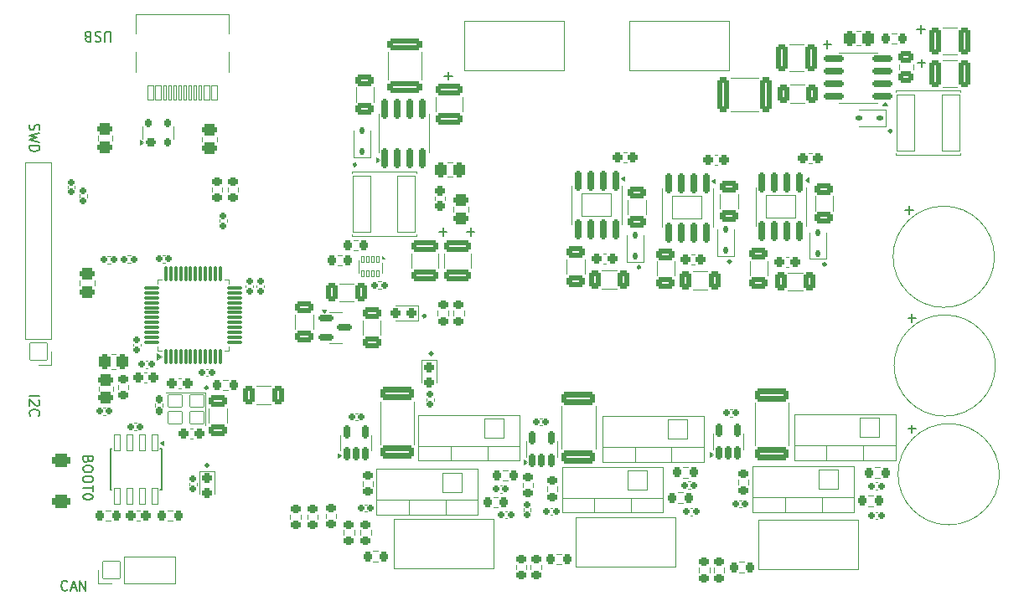
<source format=gto>
G04 #@! TF.GenerationSoftware,KiCad,Pcbnew,8.0.4-8.0.4-0~ubuntu22.04.1*
G04 #@! TF.CreationDate,2024-09-01T21:10:03+02:00*
G04 #@! TF.ProjectId,bldc_project,626c6463-5f70-4726-9f6a-6563742e6b69,rev?*
G04 #@! TF.SameCoordinates,Original*
G04 #@! TF.FileFunction,Legend,Top*
G04 #@! TF.FilePolarity,Positive*
%FSLAX46Y46*%
G04 Gerber Fmt 4.6, Leading zero omitted, Abs format (unit mm)*
G04 Created by KiCad (PCBNEW 8.0.4-8.0.4-0~ubuntu22.04.1) date 2024-09-01 21:10:03*
%MOMM*%
%LPD*%
G01*
G04 APERTURE LIST*
G04 Aperture macros list*
%AMRoundRect*
0 Rectangle with rounded corners*
0 $1 Rounding radius*
0 $2 $3 $4 $5 $6 $7 $8 $9 X,Y pos of 4 corners*
0 Add a 4 corners polygon primitive as box body*
4,1,4,$2,$3,$4,$5,$6,$7,$8,$9,$2,$3,0*
0 Add four circle primitives for the rounded corners*
1,1,$1+$1,$2,$3*
1,1,$1+$1,$4,$5*
1,1,$1+$1,$6,$7*
1,1,$1+$1,$8,$9*
0 Add four rect primitives between the rounded corners*
20,1,$1+$1,$2,$3,$4,$5,0*
20,1,$1+$1,$4,$5,$6,$7,0*
20,1,$1+$1,$6,$7,$8,$9,0*
20,1,$1+$1,$8,$9,$2,$3,0*%
G04 Aperture macros list end*
%ADD10C,0.150000*%
%ADD11C,0.275000*%
%ADD12C,0.200000*%
%ADD13C,0.120000*%
%ADD14RoundRect,0.038000X0.850000X2.850000X-0.850000X2.850000X-0.850000X-2.850000X0.850000X-2.850000X0*%
%ADD15RoundRect,0.244000X0.244000X0.269000X-0.244000X0.269000X-0.244000X-0.269000X0.244000X-0.269000X0*%
%ADD16RoundRect,0.038000X0.952500X1.000000X-0.952500X1.000000X-0.952500X-1.000000X0.952500X-1.000000X0*%
%ADD17O,1.981000X2.076000*%
%ADD18RoundRect,0.219000X0.294000X-0.219000X0.294000X0.219000X-0.294000X0.219000X-0.294000X-0.219000X0*%
%ADD19C,1.676000*%
%ADD20RoundRect,0.159000X0.159000X0.189000X-0.159000X0.189000X-0.159000X-0.189000X0.159000X-0.189000X0*%
%ADD21RoundRect,0.131500X0.206500X0.131500X-0.206500X0.131500X-0.206500X-0.131500X0.206500X-0.131500X0*%
%ADD22RoundRect,0.038000X-0.300000X0.775000X-0.300000X-0.775000X0.300000X-0.775000X0.300000X0.775000X0*%
%ADD23C,1.448000*%
%ADD24RoundRect,0.265511X1.447489X-0.384989X1.447489X0.384989X-1.447489X0.384989X-1.447489X-0.384989X0*%
%ADD25RoundRect,0.266889X-0.333611X-0.646111X0.333611X-0.646111X0.333611X0.646111X-0.333611X0.646111X0*%
%ADD26RoundRect,0.266521X-0.671479X0.346479X-0.671479X-0.346479X0.671479X-0.346479X0.671479X0.346479X0*%
%ADD27RoundRect,0.154000X-0.204000X0.154000X-0.204000X-0.154000X0.204000X-0.154000X0.204000X0.154000X0*%
%ADD28RoundRect,0.169000X0.169000X-0.531500X0.169000X0.531500X-0.169000X0.531500X-0.169000X-0.531500X0*%
%ADD29RoundRect,0.038000X-5.000000X2.500000X-5.000000X-2.500000X5.000000X-2.500000X5.000000X2.500000X0*%
%ADD30RoundRect,0.268536X0.469464X-0.281964X0.469464X0.281964X-0.469464X0.281964X-0.469464X-0.281964X0*%
%ADD31RoundRect,0.219000X0.219000X0.294000X-0.219000X0.294000X-0.219000X-0.294000X0.219000X-0.294000X0*%
%ADD32RoundRect,0.237750X0.237750X0.275250X-0.237750X0.275250X-0.237750X-0.275250X0.237750X-0.275250X0*%
%ADD33RoundRect,0.219000X-0.294000X0.219000X-0.294000X-0.219000X0.294000X-0.219000X0.294000X0.219000X0*%
%ADD34RoundRect,0.219000X-0.219000X-0.294000X0.219000X-0.294000X0.219000X0.294000X-0.219000X0.294000X0*%
%ADD35RoundRect,0.266889X-0.646111X0.333611X-0.646111X-0.333611X0.646111X-0.333611X0.646111X0.333611X0*%
%ADD36RoundRect,0.062667X-0.125333X0.310333X-0.125333X-0.310333X0.125333X-0.310333X0.125333X0.310333X0*%
%ADD37RoundRect,0.237750X-0.275250X0.237750X-0.275250X-0.237750X0.275250X-0.237750X0.275250X0.237750X0*%
%ADD38RoundRect,0.131500X0.131500X-0.206500X0.131500X0.206500X-0.131500X0.206500X-0.131500X-0.206500X0*%
%ADD39RoundRect,0.159000X-0.159000X-0.189000X0.159000X-0.189000X0.159000X0.189000X-0.159000X0.189000X0*%
%ADD40RoundRect,0.038000X5.000000X-2.500000X5.000000X2.500000X-5.000000X2.500000X-5.000000X-2.500000X0*%
%ADD41RoundRect,0.244000X-0.244000X-0.269000X0.244000X-0.269000X0.244000X0.269000X-0.244000X0.269000X0*%
%ADD42RoundRect,0.266521X0.346479X0.671479X-0.346479X0.671479X-0.346479X-0.671479X0.346479X-0.671479X0*%
%ADD43C,2.000000*%
%ADD44RoundRect,0.266889X1.471111X-0.333611X1.471111X0.333611X-1.471111X0.333611X-1.471111X-0.333611X0*%
%ADD45RoundRect,0.169000X0.844000X0.169000X-0.844000X0.169000X-0.844000X-0.169000X0.844000X-0.169000X0*%
%ADD46RoundRect,0.169000X-0.169000X0.844000X-0.169000X-0.844000X0.169000X-0.844000X0.169000X0.844000X0*%
%ADD47RoundRect,0.038000X-1.500000X1.145000X-1.500000X-1.145000X1.500000X-1.145000X1.500000X1.145000X0*%
%ADD48RoundRect,0.266521X1.121479X-0.346479X1.121479X0.346479X-1.121479X0.346479X-1.121479X-0.346479X0*%
%ADD49C,0.726000*%
%ADD50RoundRect,0.038000X0.300000X0.725000X-0.300000X0.725000X-0.300000X-0.725000X0.300000X-0.725000X0*%
%ADD51RoundRect,0.038000X0.150000X0.725000X-0.150000X0.725000X-0.150000X-0.725000X0.150000X-0.725000X0*%
%ADD52O,1.076000X2.176000*%
%ADD53O,1.076000X1.676000*%
%ADD54RoundRect,0.266521X0.346479X1.121479X-0.346479X1.121479X-0.346479X-1.121479X0.346479X-1.121479X0*%
%ADD55RoundRect,0.266521X-0.346479X-0.671479X0.346479X-0.671479X0.346479X0.671479X-0.346479X0.671479X0*%
%ADD56RoundRect,0.266889X0.333611X1.471111X-0.333611X1.471111X-0.333611X-1.471111X0.333611X-1.471111X0*%
%ADD57RoundRect,0.268536X0.281964X0.469464X-0.281964X0.469464X-0.281964X-0.469464X0.281964X-0.469464X0*%
%ADD58RoundRect,0.094000X0.094000X-0.681500X0.094000X0.681500X-0.094000X0.681500X-0.094000X-0.681500X0*%
%ADD59RoundRect,0.094000X0.681500X-0.094000X0.681500X0.094000X-0.681500X0.094000X-0.681500X-0.094000X0*%
%ADD60RoundRect,0.179000X-0.179000X0.216500X-0.179000X-0.216500X0.179000X-0.216500X0.179000X0.216500X0*%
%ADD61RoundRect,0.268536X-0.469464X0.281964X-0.469464X-0.281964X0.469464X-0.281964X0.469464X0.281964X0*%
%ADD62RoundRect,0.266521X-1.121479X0.346479X-1.121479X-0.346479X1.121479X-0.346479X1.121479X0.346479X0*%
%ADD63RoundRect,0.169000X0.169000X-0.844000X0.169000X0.844000X-0.169000X0.844000X-0.169000X-0.844000X0*%
%ADD64RoundRect,0.266521X-0.346479X-1.121479X0.346479X-1.121479X0.346479X1.121479X-0.346479X1.121479X0*%
%ADD65RoundRect,0.194000X0.344000X-0.194000X0.344000X0.194000X-0.344000X0.194000X-0.344000X-0.194000X0*%
%ADD66RoundRect,0.169000X0.169000X-0.219000X0.169000X0.219000X-0.169000X0.219000X-0.169000X-0.219000X0*%
%ADD67RoundRect,0.154000X0.154000X0.204000X-0.154000X0.204000X-0.154000X-0.204000X0.154000X-0.204000X0*%
%ADD68RoundRect,0.038000X0.700000X0.600000X-0.700000X0.600000X-0.700000X-0.600000X0.700000X-0.600000X0*%
%ADD69RoundRect,0.159000X0.189000X-0.159000X0.189000X0.159000X-0.189000X0.159000X-0.189000X-0.159000X0*%
%ADD70RoundRect,0.169000X-0.606500X-0.169000X0.606500X-0.169000X0.606500X0.169000X-0.606500X0.169000X0*%
%ADD71RoundRect,0.356500X-0.581500X0.356500X-0.581500X-0.356500X0.581500X-0.356500X0.581500X0.356500X0*%
%ADD72RoundRect,0.159000X-0.189000X0.159000X-0.189000X-0.159000X0.189000X-0.159000X0.189000X0.159000X0*%
%ADD73RoundRect,0.266170X-0.496830X0.359330X-0.496830X-0.359330X0.496830X-0.359330X0.496830X0.359330X0*%
%ADD74RoundRect,0.038000X0.850000X-0.850000X0.850000X0.850000X-0.850000X0.850000X-0.850000X-0.850000X0*%
%ADD75O,1.776000X1.776000*%
%ADD76RoundRect,0.038000X0.850000X0.850000X-0.850000X0.850000X-0.850000X-0.850000X0.850000X-0.850000X0*%
%ADD77RoundRect,0.244000X-0.269000X0.244000X-0.269000X-0.244000X0.269000X-0.244000X0.269000X0.244000X0*%
%ADD78C,1.076000*%
G04 APERTURE END LIST*
D10*
X132700000Y-81900000D02*
X132700000Y-82700000D01*
X123250000Y-83425000D02*
X123250000Y-84225000D01*
X132200000Y-111500000D02*
X131400000Y-111500000D01*
X133100000Y-82300000D02*
X132300000Y-82300000D01*
D11*
X83337500Y-115100000D02*
G75*
G02*
X83062500Y-115100000I-137500J0D01*
G01*
X83062500Y-115100000D02*
G75*
G02*
X83337500Y-115100000I137500J0D01*
G01*
D10*
X87200000Y-102400000D02*
X87200000Y-103200000D01*
D11*
X129737500Y-92600000D02*
G75*
G02*
X129462500Y-92600000I-137500J0D01*
G01*
X129462500Y-92600000D02*
G75*
G02*
X129737500Y-92600000I137500J0D01*
G01*
D10*
X131800000Y-111100000D02*
X131800000Y-111900000D01*
D11*
X123087500Y-106050000D02*
G75*
G02*
X122812500Y-106050000I-137500J0D01*
G01*
X122812500Y-106050000D02*
G75*
G02*
X123087500Y-106050000I137500J0D01*
G01*
X75637500Y-96000000D02*
G75*
G02*
X75362500Y-96000000I-137500J0D01*
G01*
X75362500Y-96000000D02*
G75*
G02*
X75637500Y-96000000I137500J0D01*
G01*
D10*
X133150000Y-85700000D02*
X132350000Y-85700000D01*
D11*
X60637500Y-118550000D02*
G75*
G02*
X60362500Y-118550000I-137500J0D01*
G01*
X60362500Y-118550000D02*
G75*
G02*
X60637500Y-118550000I137500J0D01*
G01*
D10*
X123650000Y-83825000D02*
X122850000Y-83825000D01*
X84800000Y-102800000D02*
X84000000Y-102800000D01*
X131800000Y-122300000D02*
X131800000Y-123100000D01*
X132200000Y-122700000D02*
X131400000Y-122700000D01*
X87600000Y-102800000D02*
X86800000Y-102800000D01*
X132750000Y-85300000D02*
X132750000Y-86100000D01*
X85350000Y-87010000D02*
X84550000Y-87010000D01*
X131500000Y-100200000D02*
X131500000Y-101000000D01*
D11*
X104337500Y-106350000D02*
G75*
G02*
X104062500Y-106350000I-137500J0D01*
G01*
X104062500Y-106350000D02*
G75*
G02*
X104337500Y-106350000I137500J0D01*
G01*
D10*
X131900000Y-100600000D02*
X131100000Y-100600000D01*
D11*
X82637500Y-111300000D02*
G75*
G02*
X82362500Y-111300000I-137500J0D01*
G01*
X82362500Y-111300000D02*
G75*
G02*
X82637500Y-111300000I137500J0D01*
G01*
D10*
X84400000Y-102400000D02*
X84400000Y-103200000D01*
D11*
X60687500Y-126400000D02*
G75*
G02*
X60412500Y-126400000I-137500J0D01*
G01*
X60412500Y-126400000D02*
G75*
G02*
X60687500Y-126400000I137500J0D01*
G01*
X113487500Y-105800000D02*
G75*
G02*
X113212500Y-105800000I-137500J0D01*
G01*
X113212500Y-105800000D02*
G75*
G02*
X113487500Y-105800000I137500J0D01*
G01*
D10*
X84950000Y-86610000D02*
X84950000Y-87410000D01*
D12*
X46441101Y-138971980D02*
X46393482Y-139019600D01*
X46393482Y-139019600D02*
X46250625Y-139067219D01*
X46250625Y-139067219D02*
X46155387Y-139067219D01*
X46155387Y-139067219D02*
X46012530Y-139019600D01*
X46012530Y-139019600D02*
X45917292Y-138924361D01*
X45917292Y-138924361D02*
X45869673Y-138829123D01*
X45869673Y-138829123D02*
X45822054Y-138638647D01*
X45822054Y-138638647D02*
X45822054Y-138495790D01*
X45822054Y-138495790D02*
X45869673Y-138305314D01*
X45869673Y-138305314D02*
X45917292Y-138210076D01*
X45917292Y-138210076D02*
X46012530Y-138114838D01*
X46012530Y-138114838D02*
X46155387Y-138067219D01*
X46155387Y-138067219D02*
X46250625Y-138067219D01*
X46250625Y-138067219D02*
X46393482Y-138114838D01*
X46393482Y-138114838D02*
X46441101Y-138162457D01*
X46822054Y-138781504D02*
X47298244Y-138781504D01*
X46726816Y-139067219D02*
X47060149Y-138067219D01*
X47060149Y-138067219D02*
X47393482Y-139067219D01*
X47726816Y-139067219D02*
X47726816Y-138067219D01*
X47726816Y-138067219D02*
X48298244Y-139067219D01*
X48298244Y-139067219D02*
X48298244Y-138067219D01*
X42632780Y-119369673D02*
X43632780Y-119369673D01*
X43537542Y-119798244D02*
X43585161Y-119845863D01*
X43585161Y-119845863D02*
X43632780Y-119941101D01*
X43632780Y-119941101D02*
X43632780Y-120179196D01*
X43632780Y-120179196D02*
X43585161Y-120274434D01*
X43585161Y-120274434D02*
X43537542Y-120322053D01*
X43537542Y-120322053D02*
X43442304Y-120369672D01*
X43442304Y-120369672D02*
X43347066Y-120369672D01*
X43347066Y-120369672D02*
X43204209Y-120322053D01*
X43204209Y-120322053D02*
X42632780Y-119750625D01*
X42632780Y-119750625D02*
X42632780Y-120369672D01*
X42728019Y-121369672D02*
X42680400Y-121322053D01*
X42680400Y-121322053D02*
X42632780Y-121179196D01*
X42632780Y-121179196D02*
X42632780Y-121083958D01*
X42632780Y-121083958D02*
X42680400Y-120941101D01*
X42680400Y-120941101D02*
X42775638Y-120845863D01*
X42775638Y-120845863D02*
X42870876Y-120798244D01*
X42870876Y-120798244D02*
X43061352Y-120750625D01*
X43061352Y-120750625D02*
X43204209Y-120750625D01*
X43204209Y-120750625D02*
X43394685Y-120798244D01*
X43394685Y-120798244D02*
X43489923Y-120845863D01*
X43489923Y-120845863D02*
X43585161Y-120941101D01*
X43585161Y-120941101D02*
X43632780Y-121083958D01*
X43632780Y-121083958D02*
X43632780Y-121179196D01*
X43632780Y-121179196D02*
X43585161Y-121322053D01*
X43585161Y-121322053D02*
X43537542Y-121369672D01*
X50830326Y-83532780D02*
X50830326Y-82723257D01*
X50830326Y-82723257D02*
X50782707Y-82628019D01*
X50782707Y-82628019D02*
X50735088Y-82580400D01*
X50735088Y-82580400D02*
X50639850Y-82532780D01*
X50639850Y-82532780D02*
X50449374Y-82532780D01*
X50449374Y-82532780D02*
X50354136Y-82580400D01*
X50354136Y-82580400D02*
X50306517Y-82628019D01*
X50306517Y-82628019D02*
X50258898Y-82723257D01*
X50258898Y-82723257D02*
X50258898Y-83532780D01*
X49830326Y-82580400D02*
X49687469Y-82532780D01*
X49687469Y-82532780D02*
X49449374Y-82532780D01*
X49449374Y-82532780D02*
X49354136Y-82580400D01*
X49354136Y-82580400D02*
X49306517Y-82628019D01*
X49306517Y-82628019D02*
X49258898Y-82723257D01*
X49258898Y-82723257D02*
X49258898Y-82818495D01*
X49258898Y-82818495D02*
X49306517Y-82913733D01*
X49306517Y-82913733D02*
X49354136Y-82961352D01*
X49354136Y-82961352D02*
X49449374Y-83008971D01*
X49449374Y-83008971D02*
X49639850Y-83056590D01*
X49639850Y-83056590D02*
X49735088Y-83104209D01*
X49735088Y-83104209D02*
X49782707Y-83151828D01*
X49782707Y-83151828D02*
X49830326Y-83247066D01*
X49830326Y-83247066D02*
X49830326Y-83342304D01*
X49830326Y-83342304D02*
X49782707Y-83437542D01*
X49782707Y-83437542D02*
X49735088Y-83485161D01*
X49735088Y-83485161D02*
X49639850Y-83532780D01*
X49639850Y-83532780D02*
X49401755Y-83532780D01*
X49401755Y-83532780D02*
X49258898Y-83485161D01*
X48496993Y-83056590D02*
X48354136Y-83008971D01*
X48354136Y-83008971D02*
X48306517Y-82961352D01*
X48306517Y-82961352D02*
X48258898Y-82866114D01*
X48258898Y-82866114D02*
X48258898Y-82723257D01*
X48258898Y-82723257D02*
X48306517Y-82628019D01*
X48306517Y-82628019D02*
X48354136Y-82580400D01*
X48354136Y-82580400D02*
X48449374Y-82532780D01*
X48449374Y-82532780D02*
X48830326Y-82532780D01*
X48830326Y-82532780D02*
X48830326Y-83532780D01*
X48830326Y-83532780D02*
X48496993Y-83532780D01*
X48496993Y-83532780D02*
X48401755Y-83485161D01*
X48401755Y-83485161D02*
X48354136Y-83437542D01*
X48354136Y-83437542D02*
X48306517Y-83342304D01*
X48306517Y-83342304D02*
X48306517Y-83247066D01*
X48306517Y-83247066D02*
X48354136Y-83151828D01*
X48354136Y-83151828D02*
X48401755Y-83104209D01*
X48401755Y-83104209D02*
X48496993Y-83056590D01*
X48496993Y-83056590D02*
X48830326Y-83056590D01*
X42680400Y-91922054D02*
X42632780Y-92064911D01*
X42632780Y-92064911D02*
X42632780Y-92303006D01*
X42632780Y-92303006D02*
X42680400Y-92398244D01*
X42680400Y-92398244D02*
X42728019Y-92445863D01*
X42728019Y-92445863D02*
X42823257Y-92493482D01*
X42823257Y-92493482D02*
X42918495Y-92493482D01*
X42918495Y-92493482D02*
X43013733Y-92445863D01*
X43013733Y-92445863D02*
X43061352Y-92398244D01*
X43061352Y-92398244D02*
X43108971Y-92303006D01*
X43108971Y-92303006D02*
X43156590Y-92112530D01*
X43156590Y-92112530D02*
X43204209Y-92017292D01*
X43204209Y-92017292D02*
X43251828Y-91969673D01*
X43251828Y-91969673D02*
X43347066Y-91922054D01*
X43347066Y-91922054D02*
X43442304Y-91922054D01*
X43442304Y-91922054D02*
X43537542Y-91969673D01*
X43537542Y-91969673D02*
X43585161Y-92017292D01*
X43585161Y-92017292D02*
X43632780Y-92112530D01*
X43632780Y-92112530D02*
X43632780Y-92350625D01*
X43632780Y-92350625D02*
X43585161Y-92493482D01*
X43632780Y-92826816D02*
X42632780Y-93064911D01*
X42632780Y-93064911D02*
X43347066Y-93255387D01*
X43347066Y-93255387D02*
X42632780Y-93445863D01*
X42632780Y-93445863D02*
X43632780Y-93683959D01*
X42632780Y-94064911D02*
X43632780Y-94064911D01*
X43632780Y-94064911D02*
X43632780Y-94303006D01*
X43632780Y-94303006D02*
X43585161Y-94445863D01*
X43585161Y-94445863D02*
X43489923Y-94541101D01*
X43489923Y-94541101D02*
X43394685Y-94588720D01*
X43394685Y-94588720D02*
X43204209Y-94636339D01*
X43204209Y-94636339D02*
X43061352Y-94636339D01*
X43061352Y-94636339D02*
X42870876Y-94588720D01*
X42870876Y-94588720D02*
X42775638Y-94541101D01*
X42775638Y-94541101D02*
X42680400Y-94445863D01*
X42680400Y-94445863D02*
X42632780Y-94303006D01*
X42632780Y-94303006D02*
X42632780Y-94064911D01*
X48556590Y-125803006D02*
X48508971Y-125945863D01*
X48508971Y-125945863D02*
X48461352Y-125993482D01*
X48461352Y-125993482D02*
X48366114Y-126041101D01*
X48366114Y-126041101D02*
X48223257Y-126041101D01*
X48223257Y-126041101D02*
X48128019Y-125993482D01*
X48128019Y-125993482D02*
X48080400Y-125945863D01*
X48080400Y-125945863D02*
X48032780Y-125850625D01*
X48032780Y-125850625D02*
X48032780Y-125469673D01*
X48032780Y-125469673D02*
X49032780Y-125469673D01*
X49032780Y-125469673D02*
X49032780Y-125803006D01*
X49032780Y-125803006D02*
X48985161Y-125898244D01*
X48985161Y-125898244D02*
X48937542Y-125945863D01*
X48937542Y-125945863D02*
X48842304Y-125993482D01*
X48842304Y-125993482D02*
X48747066Y-125993482D01*
X48747066Y-125993482D02*
X48651828Y-125945863D01*
X48651828Y-125945863D02*
X48604209Y-125898244D01*
X48604209Y-125898244D02*
X48556590Y-125803006D01*
X48556590Y-125803006D02*
X48556590Y-125469673D01*
X49032780Y-126660149D02*
X49032780Y-126850625D01*
X49032780Y-126850625D02*
X48985161Y-126945863D01*
X48985161Y-126945863D02*
X48889923Y-127041101D01*
X48889923Y-127041101D02*
X48699447Y-127088720D01*
X48699447Y-127088720D02*
X48366114Y-127088720D01*
X48366114Y-127088720D02*
X48175638Y-127041101D01*
X48175638Y-127041101D02*
X48080400Y-126945863D01*
X48080400Y-126945863D02*
X48032780Y-126850625D01*
X48032780Y-126850625D02*
X48032780Y-126660149D01*
X48032780Y-126660149D02*
X48080400Y-126564911D01*
X48080400Y-126564911D02*
X48175638Y-126469673D01*
X48175638Y-126469673D02*
X48366114Y-126422054D01*
X48366114Y-126422054D02*
X48699447Y-126422054D01*
X48699447Y-126422054D02*
X48889923Y-126469673D01*
X48889923Y-126469673D02*
X48985161Y-126564911D01*
X48985161Y-126564911D02*
X49032780Y-126660149D01*
X49032780Y-127707768D02*
X49032780Y-127898244D01*
X49032780Y-127898244D02*
X48985161Y-127993482D01*
X48985161Y-127993482D02*
X48889923Y-128088720D01*
X48889923Y-128088720D02*
X48699447Y-128136339D01*
X48699447Y-128136339D02*
X48366114Y-128136339D01*
X48366114Y-128136339D02*
X48175638Y-128088720D01*
X48175638Y-128088720D02*
X48080400Y-127993482D01*
X48080400Y-127993482D02*
X48032780Y-127898244D01*
X48032780Y-127898244D02*
X48032780Y-127707768D01*
X48032780Y-127707768D02*
X48080400Y-127612530D01*
X48080400Y-127612530D02*
X48175638Y-127517292D01*
X48175638Y-127517292D02*
X48366114Y-127469673D01*
X48366114Y-127469673D02*
X48699447Y-127469673D01*
X48699447Y-127469673D02*
X48889923Y-127517292D01*
X48889923Y-127517292D02*
X48985161Y-127612530D01*
X48985161Y-127612530D02*
X49032780Y-127707768D01*
X49032780Y-128422054D02*
X49032780Y-128993482D01*
X48032780Y-128707768D02*
X49032780Y-128707768D01*
X49032780Y-129517292D02*
X49032780Y-129612530D01*
X49032780Y-129612530D02*
X48985161Y-129707768D01*
X48985161Y-129707768D02*
X48937542Y-129755387D01*
X48937542Y-129755387D02*
X48842304Y-129803006D01*
X48842304Y-129803006D02*
X48651828Y-129850625D01*
X48651828Y-129850625D02*
X48413733Y-129850625D01*
X48413733Y-129850625D02*
X48223257Y-129803006D01*
X48223257Y-129803006D02*
X48128019Y-129755387D01*
X48128019Y-129755387D02*
X48080400Y-129707768D01*
X48080400Y-129707768D02*
X48032780Y-129612530D01*
X48032780Y-129612530D02*
X48032780Y-129517292D01*
X48032780Y-129517292D02*
X48080400Y-129422054D01*
X48080400Y-129422054D02*
X48128019Y-129374435D01*
X48128019Y-129374435D02*
X48223257Y-129326816D01*
X48223257Y-129326816D02*
X48413733Y-129279197D01*
X48413733Y-129279197D02*
X48651828Y-129279197D01*
X48651828Y-129279197D02*
X48842304Y-129326816D01*
X48842304Y-129326816D02*
X48937542Y-129374435D01*
X48937542Y-129374435D02*
X48985161Y-129422054D01*
X48985161Y-129422054D02*
X49032780Y-129517292D01*
D13*
X136710000Y-95010000D02*
X130190000Y-95010000D01*
X136710000Y-88490000D02*
X130190000Y-88490000D01*
X136710000Y-95010000D02*
X136710000Y-94860000D01*
X130190000Y-95010000D02*
X130190000Y-94860000D01*
X136710000Y-88490000D02*
X136710000Y-88640000D01*
X130190000Y-88490000D02*
X130190000Y-88640000D01*
X81760000Y-103210000D02*
X75240000Y-103210000D01*
X81760000Y-96690000D02*
X75240000Y-96690000D01*
X81760000Y-103210000D02*
X81760000Y-103060000D01*
X75240000Y-103210000D02*
X75240000Y-103060000D01*
X81760000Y-96690000D02*
X81760000Y-96840000D01*
X75240000Y-96690000D02*
X75240000Y-96840000D01*
X54490580Y-116990000D02*
X54209420Y-116990000D01*
X54490580Y-118010000D02*
X54209420Y-118010000D01*
X119880000Y-125862500D02*
X119880000Y-121221500D01*
X123149000Y-125862500D02*
X123149000Y-124352500D01*
X126850000Y-125862500D02*
X126850000Y-124352500D01*
X130120000Y-121221500D02*
X119880000Y-121221500D01*
X130120000Y-124352500D02*
X119880000Y-124352500D01*
X130120000Y-125862500D02*
X119880000Y-125862500D01*
X130120000Y-125862500D02*
X130120000Y-121221500D01*
X51552500Y-118712258D02*
X51552500Y-118237742D01*
X52597500Y-118712258D02*
X52597500Y-118237742D01*
X140120000Y-105300000D02*
G75*
G02*
X129880000Y-105300000I-5120000J0D01*
G01*
X129880000Y-105300000D02*
G75*
G02*
X140120000Y-105300000I5120000J0D01*
G01*
X60657836Y-116665000D02*
X60442164Y-116665000D01*
X60657836Y-117385000D02*
X60442164Y-117385000D01*
X129110000Y-90450000D02*
X126450000Y-90450000D01*
X129110000Y-92150000D02*
X126450000Y-92150000D01*
X129110000Y-92150000D02*
X129110000Y-90450000D01*
D10*
X50805000Y-124750000D02*
X50805000Y-128900000D01*
X50805000Y-128900000D02*
X50905000Y-128900000D01*
X50905000Y-124750000D02*
X50805000Y-124750000D01*
X55955000Y-124750000D02*
X55855000Y-124750000D01*
X55955000Y-124750000D02*
X55955000Y-128900000D01*
X55955000Y-128900000D02*
X55855000Y-128900000D01*
D13*
X56185000Y-124390000D02*
X55855000Y-124150000D01*
X56185000Y-123910000D01*
X56185000Y-124390000D01*
G36*
X56185000Y-124390000D02*
G01*
X55855000Y-124150000D01*
X56185000Y-123910000D01*
X56185000Y-124390000D01*
G37*
X78090000Y-124289564D02*
X78090000Y-119935436D01*
X81510000Y-124289564D02*
X81510000Y-119935436D01*
X119272936Y-106890000D02*
X120727064Y-106890000D01*
X119272936Y-108710000D02*
X120727064Y-108710000D01*
X140620000Y-127300000D02*
G75*
G02*
X130380000Y-127300000I-5120000J0D01*
G01*
X130380000Y-127300000D02*
G75*
G02*
X140620000Y-127300000I5120000J0D01*
G01*
X60740000Y-120638748D02*
X60740000Y-122061252D01*
X62560000Y-120638748D02*
X62560000Y-122061252D01*
X82720000Y-119596359D02*
X82720000Y-119903641D01*
X83480000Y-119596359D02*
X83480000Y-119903641D01*
X92817500Y-124772500D02*
X92817500Y-123972500D01*
X92817500Y-124772500D02*
X92817500Y-125572500D01*
X95937500Y-124772500D02*
X95937500Y-123972500D01*
X95937500Y-124772500D02*
X95937500Y-125572500D01*
X92867500Y-126072500D02*
X92537500Y-126312500D01*
X92537500Y-125832500D01*
X92867500Y-126072500D01*
G36*
X92867500Y-126072500D02*
G01*
X92537500Y-126312500D01*
X92537500Y-125832500D01*
X92867500Y-126072500D01*
G37*
X49615000Y-118877064D02*
X49615000Y-118422936D01*
X51085000Y-118877064D02*
X51085000Y-118422936D01*
X90937258Y-126877500D02*
X90462742Y-126877500D01*
X90937258Y-127922500D02*
X90462742Y-127922500D01*
X79600000Y-111735000D02*
X81885000Y-111735000D01*
X81885000Y-110265000D02*
X79600000Y-110265000D01*
X81885000Y-111735000D02*
X81885000Y-110265000D01*
X85477500Y-110762742D02*
X85477500Y-111237258D01*
X86522500Y-110762742D02*
X86522500Y-111237258D01*
X129762742Y-82677500D02*
X130237258Y-82677500D01*
X129762742Y-83722500D02*
X130237258Y-83722500D01*
X93277500Y-136937258D02*
X93277500Y-136462742D01*
X94322500Y-136937258D02*
X94322500Y-136462742D01*
X96890000Y-105572936D02*
X96890000Y-107027064D01*
X98710000Y-105572936D02*
X98710000Y-107027064D01*
X100472936Y-106690000D02*
X101927064Y-106690000D01*
X100472936Y-108510000D02*
X101927064Y-108510000D01*
X75902500Y-106935000D02*
X75902500Y-105635000D01*
X78222500Y-106935000D02*
X78222500Y-105885000D01*
X78502500Y-105525000D02*
X78222500Y-105525000D01*
X78222500Y-105245000D01*
X78502500Y-105525000D01*
G36*
X78502500Y-105525000D02*
G01*
X78222500Y-105525000D01*
X78222500Y-105245000D01*
X78502500Y-105525000D01*
G37*
X115890000Y-124414564D02*
X115890000Y-120060436D01*
X119310000Y-124414564D02*
X119310000Y-120060436D01*
X95862742Y-135377500D02*
X96337258Y-135377500D01*
X95862742Y-136422500D02*
X96337258Y-136422500D01*
X59815000Y-126965000D02*
X59815000Y-129250000D01*
X61285000Y-126965000D02*
X59815000Y-126965000D01*
X61285000Y-129250000D02*
X61285000Y-126965000D01*
X76077500Y-132962742D02*
X76077500Y-133437258D01*
X77122500Y-132962742D02*
X77122500Y-133437258D01*
X102950000Y-105810000D02*
X102950000Y-103150000D01*
X102950000Y-105810000D02*
X104650000Y-105810000D01*
X104650000Y-105810000D02*
X104650000Y-103150000D01*
X90149664Y-128457500D02*
X90365336Y-128457500D01*
X90149664Y-129177500D02*
X90365336Y-129177500D01*
X128062742Y-126615000D02*
X128537258Y-126615000D01*
X128062742Y-127660000D02*
X128537258Y-127660000D01*
X53484420Y-130965000D02*
X53765580Y-130965000D01*
X53484420Y-131985000D02*
X53765580Y-131985000D01*
X75572164Y-121132500D02*
X75787836Y-121132500D01*
X75572164Y-121852500D02*
X75787836Y-121852500D01*
X74224758Y-105122500D02*
X73750242Y-105122500D01*
X74224758Y-106167500D02*
X73750242Y-106167500D01*
X90669664Y-131040000D02*
X90885336Y-131040000D01*
X90669664Y-131760000D02*
X90885336Y-131760000D01*
X75336252Y-107990000D02*
X73913748Y-107990000D01*
X75336252Y-109810000D02*
X73913748Y-109810000D01*
X114240000Y-127872742D02*
X114240000Y-128347258D01*
X115285000Y-127872742D02*
X115285000Y-128347258D01*
X57087258Y-130952500D02*
X56612742Y-130952500D01*
X57087258Y-131997500D02*
X56612742Y-131997500D01*
X92520000Y-130756359D02*
X92520000Y-131063641D01*
X93280000Y-130756359D02*
X93280000Y-131063641D01*
X109392164Y-130740000D02*
X109607836Y-130740000D01*
X109392164Y-131460000D02*
X109607836Y-131460000D01*
X78826000Y-87360252D02*
X78826000Y-84587748D01*
X82246000Y-87360252D02*
X82246000Y-84587748D01*
X76290000Y-111763748D02*
X76290000Y-113186252D01*
X78110000Y-111763748D02*
X78110000Y-113186252D01*
X100517500Y-126042500D02*
X100517500Y-121401500D01*
X103786500Y-126042500D02*
X103786500Y-124532500D01*
X107487500Y-126042500D02*
X107487500Y-124532500D01*
X110757500Y-121401500D02*
X100517500Y-121401500D01*
X110757500Y-124532500D02*
X100517500Y-124532500D01*
X110757500Y-126042500D02*
X100517500Y-126042500D01*
X110757500Y-126042500D02*
X110757500Y-121401500D01*
X111859420Y-94990000D02*
X112140580Y-94990000D01*
X111859420Y-96010000D02*
X112140580Y-96010000D01*
X91777500Y-136462742D02*
X91777500Y-136937258D01*
X92822500Y-136462742D02*
X92822500Y-136937258D01*
X126325000Y-84635000D02*
X124375000Y-84635000D01*
X126325000Y-84635000D02*
X128275000Y-84635000D01*
X126325000Y-89755000D02*
X124375000Y-89755000D01*
X126325000Y-89755000D02*
X128275000Y-89755000D01*
X129265000Y-89990000D02*
X128785000Y-89990000D01*
X129025000Y-89660000D01*
X129265000Y-89990000D01*
G36*
X129265000Y-89990000D02*
G01*
X128785000Y-89990000D01*
X129025000Y-89660000D01*
X129265000Y-89990000D01*
G37*
X76710336Y-130357500D02*
X76494664Y-130357500D01*
X76710336Y-131077500D02*
X76494664Y-131077500D01*
X50282836Y-120565000D02*
X50067164Y-120565000D01*
X50282836Y-121285000D02*
X50067164Y-121285000D01*
X83877500Y-110762742D02*
X83877500Y-111237258D01*
X84922500Y-110762742D02*
X84922500Y-111237258D01*
X62162742Y-117727500D02*
X62637258Y-117727500D01*
X62162742Y-118772500D02*
X62637258Y-118772500D01*
X97380000Y-100092500D02*
X97380000Y-98142500D01*
X97380000Y-100092500D02*
X97380000Y-102042500D01*
X102500000Y-100092500D02*
X102500000Y-98142500D01*
X102500000Y-100092500D02*
X102500000Y-102042500D01*
X102735000Y-97632500D02*
X102405000Y-97392500D01*
X102735000Y-97152500D01*
X102735000Y-97632500D01*
G36*
X102735000Y-97632500D02*
G01*
X102405000Y-97392500D01*
X102735000Y-97152500D01*
X102735000Y-97632500D01*
G37*
X76280000Y-128005242D02*
X76280000Y-128479758D01*
X77325000Y-128005242D02*
X77325000Y-128479758D01*
X84540000Y-106411252D02*
X84540000Y-104988748D01*
X87260000Y-106411252D02*
X87260000Y-104988748D01*
X53400000Y-82700000D02*
X53400000Y-80800000D01*
X53400000Y-86600000D02*
X53400000Y-84600000D01*
X62800000Y-80800000D02*
X53400000Y-80800000D01*
X62800000Y-82700000D02*
X62800000Y-80800000D01*
X62800000Y-86600000D02*
X62800000Y-84600000D01*
X77362742Y-135077500D02*
X77837258Y-135077500D01*
X77362742Y-136122500D02*
X77837258Y-136122500D01*
X120836252Y-83790000D02*
X119413748Y-83790000D01*
X120836252Y-86510000D02*
X119413748Y-86510000D01*
X65538748Y-118365000D02*
X66961252Y-118365000D01*
X65538748Y-120185000D02*
X66961252Y-120185000D01*
X74057500Y-124117500D02*
X74057500Y-123317500D01*
X74057500Y-124117500D02*
X74057500Y-124917500D01*
X77177500Y-124117500D02*
X77177500Y-123317500D01*
X77177500Y-124117500D02*
X77177500Y-124917500D01*
X74107500Y-125417500D02*
X73777500Y-125657500D01*
X73777500Y-125177500D01*
X74107500Y-125417500D01*
G36*
X74107500Y-125417500D02*
G01*
X73777500Y-125657500D01*
X73777500Y-125177500D01*
X74107500Y-125417500D01*
G37*
X116248752Y-87190000D02*
X113476248Y-87190000D01*
X116248752Y-90610000D02*
X113476248Y-90610000D01*
X112390000Y-98972936D02*
X112390000Y-100427064D01*
X114210000Y-98972936D02*
X114210000Y-100427064D01*
X127362742Y-129477500D02*
X127837258Y-129477500D01*
X127362742Y-130522500D02*
X127837258Y-130522500D01*
X85327064Y-95765000D02*
X84872936Y-95765000D01*
X85327064Y-97235000D02*
X84872936Y-97235000D01*
X55540000Y-107590000D02*
X55990000Y-107590000D01*
X55540000Y-108040000D02*
X55540000Y-107590000D01*
X55540000Y-114360000D02*
X55540000Y-114810000D01*
X55540000Y-114810000D02*
X55990000Y-114810000D01*
X62760000Y-107590000D02*
X62310000Y-107590000D01*
X62760000Y-108040000D02*
X62760000Y-107590000D01*
X62760000Y-114360000D02*
X62760000Y-114810000D01*
X62760000Y-114810000D02*
X62310000Y-114810000D01*
X55990000Y-115400000D02*
X55520000Y-115740000D01*
X55520000Y-115060000D01*
X55990000Y-115400000D01*
G36*
X55990000Y-115400000D02*
G01*
X55520000Y-115740000D01*
X55520000Y-115060000D01*
X55990000Y-115400000D01*
G37*
X49515000Y-93527064D02*
X49515000Y-93072936D01*
X50985000Y-93527064D02*
X50985000Y-93072936D01*
X126639564Y-82465000D02*
X126185436Y-82465000D01*
X126639564Y-83935000D02*
X126185436Y-83935000D01*
X72577500Y-131762258D02*
X72577500Y-131287742D01*
X73622500Y-131762258D02*
X73622500Y-131287742D01*
X96417500Y-131187500D02*
X96417500Y-126546500D01*
X99686500Y-131187500D02*
X99686500Y-129677500D01*
X103387500Y-131187500D02*
X103387500Y-129677500D01*
X106657500Y-126546500D02*
X96417500Y-126546500D01*
X106657500Y-129677500D02*
X96417500Y-129677500D01*
X106657500Y-131187500D02*
X96417500Y-131187500D01*
X106657500Y-131187500D02*
X106657500Y-126546500D01*
X94940000Y-128542742D02*
X94940000Y-129017258D01*
X95985000Y-128542742D02*
X95985000Y-129017258D01*
X77690000Y-131420000D02*
X77690000Y-126779000D01*
X80959000Y-131420000D02*
X80959000Y-129910000D01*
X84660000Y-131420000D02*
X84660000Y-129910000D01*
X87930000Y-126779000D02*
X77690000Y-126779000D01*
X87930000Y-129910000D02*
X77690000Y-129910000D01*
X87930000Y-131420000D02*
X77690000Y-131420000D01*
X87930000Y-131420000D02*
X87930000Y-126779000D01*
X70707500Y-131837258D02*
X70707500Y-131362742D01*
X71752500Y-131837258D02*
X71752500Y-131362742D01*
X100885580Y-104977500D02*
X100604420Y-104977500D01*
X100885580Y-105997500D02*
X100604420Y-105997500D01*
X62677500Y-98262742D02*
X62677500Y-98737258D01*
X63722500Y-98262742D02*
X63722500Y-98737258D01*
X111777500Y-137237258D02*
X111777500Y-136762742D01*
X112822500Y-137237258D02*
X112822500Y-136762742D01*
X128307836Y-131140000D02*
X128092164Y-131140000D01*
X128307836Y-131860000D02*
X128092164Y-131860000D01*
X55320000Y-120132379D02*
X55320000Y-120467621D01*
X56080000Y-120132379D02*
X56080000Y-120467621D01*
X113417164Y-120750000D02*
X113632836Y-120750000D01*
X113417164Y-121470000D02*
X113632836Y-121470000D01*
X47715000Y-107722936D02*
X47715000Y-108177064D01*
X49185000Y-107722936D02*
X49185000Y-108177064D01*
X83660000Y-89148748D02*
X83660000Y-90571252D01*
X86380000Y-89148748D02*
X86380000Y-90571252D01*
X77875000Y-92825000D02*
X77875000Y-90875000D01*
X77875000Y-92825000D02*
X77875000Y-94775000D01*
X82995000Y-92825000D02*
X82995000Y-90875000D01*
X82995000Y-92825000D02*
X82995000Y-94775000D01*
X77970000Y-95525000D02*
X77640000Y-95765000D01*
X77640000Y-95285000D01*
X77970000Y-95525000D01*
G36*
X77970000Y-95525000D02*
G01*
X77640000Y-95765000D01*
X77640000Y-95285000D01*
X77970000Y-95525000D01*
G37*
X81920000Y-125925000D02*
X81920000Y-121284000D01*
X85189000Y-125925000D02*
X85189000Y-124415000D01*
X88890000Y-125925000D02*
X88890000Y-124415000D01*
X92160000Y-121284000D02*
X81920000Y-121284000D01*
X92160000Y-124415000D02*
X81920000Y-124415000D01*
X92160000Y-125925000D02*
X81920000Y-125925000D01*
X92160000Y-125925000D02*
X92160000Y-121284000D01*
X115390000Y-105735436D02*
X115390000Y-107189564D01*
X117210000Y-105735436D02*
X117210000Y-107189564D01*
X134888748Y-82140000D02*
X136311252Y-82140000D01*
X134888748Y-84860000D02*
X136311252Y-84860000D01*
X50812258Y-130952500D02*
X50337742Y-130952500D01*
X50812258Y-131997500D02*
X50337742Y-131997500D01*
X59140580Y-122690000D02*
X58859420Y-122690000D01*
X59140580Y-123710000D02*
X58859420Y-123710000D01*
X121450000Y-105510000D02*
X121450000Y-102850000D01*
X121450000Y-105510000D02*
X123150000Y-105510000D01*
X123150000Y-105510000D02*
X123150000Y-102850000D01*
X121384420Y-94840000D02*
X121665580Y-94840000D01*
X121384420Y-95860000D02*
X121665580Y-95860000D01*
X140220000Y-116300000D02*
G75*
G02*
X129980000Y-116300000I-5120000J0D01*
G01*
X129980000Y-116300000D02*
G75*
G02*
X140220000Y-116300000I5120000J0D01*
G01*
X95254664Y-130720000D02*
X95470336Y-130720000D01*
X95254664Y-131440000D02*
X95470336Y-131440000D01*
X61820000Y-101496359D02*
X61820000Y-101803641D01*
X62580000Y-101496359D02*
X62580000Y-101803641D01*
X54040000Y-92100000D02*
X54040000Y-93370000D01*
X57160000Y-93400000D02*
X57160000Y-92100000D01*
X54090000Y-93750000D02*
X53760000Y-93990000D01*
X53760000Y-93510000D01*
X54090000Y-93750000D01*
G36*
X54090000Y-93750000D02*
G01*
X53760000Y-93990000D01*
X53760000Y-93510000D01*
X54090000Y-93750000D01*
G37*
X109815580Y-105090000D02*
X109534420Y-105090000D01*
X109815580Y-106110000D02*
X109534420Y-106110000D01*
X109192164Y-128040000D02*
X109407836Y-128040000D01*
X109192164Y-128760000D02*
X109407836Y-128760000D01*
X52863641Y-105170000D02*
X52556359Y-105170000D01*
X52863641Y-105930000D02*
X52556359Y-105930000D01*
X58770000Y-128146359D02*
X58770000Y-128453641D01*
X59530000Y-128146359D02*
X59530000Y-128453641D01*
X119340580Y-105290000D02*
X119059420Y-105290000D01*
X119340580Y-106310000D02*
X119059420Y-106310000D01*
X75590000Y-88172936D02*
X75590000Y-89627064D01*
X77410000Y-88172936D02*
X77410000Y-89627064D01*
X60400000Y-119050000D02*
X56400000Y-119050000D01*
X60400000Y-122350000D02*
X60400000Y-119050000D01*
X50813641Y-105220000D02*
X50506359Y-105220000D01*
X50813641Y-105980000D02*
X50506359Y-105980000D01*
X105990000Y-105772936D02*
X105990000Y-107227064D01*
X107810000Y-105772936D02*
X107810000Y-107227064D01*
X54557836Y-115840000D02*
X54342164Y-115840000D01*
X54557836Y-116560000D02*
X54342164Y-116560000D01*
X53115000Y-114332836D02*
X53115000Y-114117164D01*
X53835000Y-114332836D02*
X53835000Y-114117164D01*
X73537500Y-110915000D02*
X72887500Y-110915000D01*
X73537500Y-110915000D02*
X74187500Y-110915000D01*
X73537500Y-114035000D02*
X72887500Y-114035000D01*
X73537500Y-114035000D02*
X74187500Y-114035000D01*
X72375000Y-110965000D02*
X72135000Y-110635000D01*
X72615000Y-110635000D01*
X72375000Y-110965000D01*
G36*
X72375000Y-110965000D02*
G01*
X72135000Y-110635000D01*
X72615000Y-110635000D01*
X72375000Y-110965000D01*
G37*
X89480242Y-129595000D02*
X89954758Y-129595000D01*
X89480242Y-130640000D02*
X89954758Y-130640000D01*
X82265000Y-115765000D02*
X82265000Y-118050000D01*
X83735000Y-115765000D02*
X82265000Y-115765000D01*
X83735000Y-118050000D02*
X83735000Y-115765000D01*
X102659420Y-94752500D02*
X102940580Y-94752500D01*
X102659420Y-95772500D02*
X102940580Y-95772500D01*
X75400000Y-95210000D02*
X75400000Y-92550000D01*
X75400000Y-95210000D02*
X77100000Y-95210000D01*
X77100000Y-95210000D02*
X77100000Y-92550000D01*
X60065000Y-93627064D02*
X60065000Y-93172936D01*
X61535000Y-93627064D02*
X61535000Y-93172936D01*
X57659420Y-117565000D02*
X57940580Y-117565000D01*
X57659420Y-118585000D02*
X57940580Y-118585000D01*
X46490000Y-98142164D02*
X46490000Y-98357836D01*
X47210000Y-98142164D02*
X47210000Y-98357836D01*
X94209664Y-121650000D02*
X94425336Y-121650000D01*
X94209664Y-122370000D02*
X94425336Y-122370000D01*
X53192164Y-122115000D02*
X53407836Y-122115000D01*
X53192164Y-122835000D02*
X53407836Y-122835000D01*
X51327064Y-115165000D02*
X50872936Y-115165000D01*
X51327064Y-116635000D02*
X50872936Y-116635000D01*
X78153641Y-107820000D02*
X77846359Y-107820000D01*
X78153641Y-108580000D02*
X77846359Y-108580000D01*
X64490000Y-108192164D02*
X64490000Y-108407836D01*
X65210000Y-108192164D02*
X65210000Y-108407836D01*
X47670000Y-98996359D02*
X47670000Y-99303641D01*
X48430000Y-98996359D02*
X48430000Y-99303641D01*
X130465000Y-85838748D02*
X130465000Y-86361252D01*
X131935000Y-85838748D02*
X131935000Y-86361252D01*
X106535000Y-100355000D02*
X106535000Y-98405000D01*
X106535000Y-100355000D02*
X106535000Y-102305000D01*
X111655000Y-100355000D02*
X111655000Y-98405000D01*
X111655000Y-100355000D02*
X111655000Y-102305000D01*
X111890000Y-97895000D02*
X111560000Y-97655000D01*
X111890000Y-97415000D01*
X111890000Y-97895000D01*
G36*
X111890000Y-97895000D02*
G01*
X111560000Y-97655000D01*
X111890000Y-97415000D01*
X111890000Y-97895000D01*
G37*
X56067164Y-105165000D02*
X56282836Y-105165000D01*
X56067164Y-105885000D02*
X56282836Y-105885000D01*
X109137258Y-126595000D02*
X108662742Y-126595000D01*
X109137258Y-127640000D02*
X108662742Y-127640000D01*
X85465000Y-100272936D02*
X85465000Y-100727064D01*
X86935000Y-100272936D02*
X86935000Y-100727064D01*
X111655000Y-124010000D02*
X111655000Y-123210000D01*
X111655000Y-124010000D02*
X111655000Y-124810000D01*
X114775000Y-124010000D02*
X114775000Y-123210000D01*
X114775000Y-124010000D02*
X114775000Y-124810000D01*
X111705000Y-125310000D02*
X111375000Y-125550000D01*
X111375000Y-125070000D01*
X111705000Y-125310000D01*
G36*
X111705000Y-125310000D02*
G01*
X111375000Y-125550000D01*
X111375000Y-125070000D01*
X111705000Y-125310000D01*
G37*
X65590000Y-108192164D02*
X65590000Y-108407836D01*
X66310000Y-108192164D02*
X66310000Y-108407836D01*
X74377500Y-133437258D02*
X74377500Y-132962742D01*
X75422500Y-133437258D02*
X75422500Y-132962742D01*
X114570336Y-129940000D02*
X114354664Y-129940000D01*
X114570336Y-130660000D02*
X114354664Y-130660000D01*
X96390000Y-124739564D02*
X96390000Y-120385436D01*
X99810000Y-124739564D02*
X99810000Y-120385436D01*
X81240000Y-104988748D02*
X81240000Y-106411252D01*
X83960000Y-104988748D02*
X83960000Y-106411252D01*
X112080000Y-105210000D02*
X112080000Y-102550000D01*
X112080000Y-105210000D02*
X113780000Y-105210000D01*
X113780000Y-105210000D02*
X113780000Y-102550000D01*
X115990000Y-100230000D02*
X115990000Y-98280000D01*
X115990000Y-100230000D02*
X115990000Y-102180000D01*
X121110000Y-100230000D02*
X121110000Y-98280000D01*
X121110000Y-100230000D02*
X121110000Y-102180000D01*
X121345000Y-97770000D02*
X121015000Y-97530000D01*
X121345000Y-97290000D01*
X121345000Y-97770000D01*
G36*
X121345000Y-97770000D02*
G01*
X121015000Y-97530000D01*
X121345000Y-97290000D01*
X121345000Y-97770000D01*
G37*
X136311252Y-85440000D02*
X134888748Y-85440000D01*
X136311252Y-88160000D02*
X134888748Y-88160000D01*
X109672936Y-106790000D02*
X111127064Y-106790000D01*
X109672936Y-108610000D02*
X111127064Y-108610000D01*
X75824758Y-103622500D02*
X75350242Y-103622500D01*
X75824758Y-104667500D02*
X75350242Y-104667500D01*
X61077500Y-98737258D02*
X61077500Y-98262742D01*
X62122500Y-98737258D02*
X62122500Y-98262742D01*
X49570000Y-138330000D02*
X49570000Y-137000000D01*
X50900000Y-138330000D02*
X49570000Y-138330000D01*
X52170000Y-135670000D02*
X57310000Y-135670000D01*
X52170000Y-138330000D02*
X52170000Y-135670000D01*
X52170000Y-138330000D02*
X57310000Y-138330000D01*
X57310000Y-138330000D02*
X57310000Y-135670000D01*
X128092164Y-128140000D02*
X128307836Y-128140000D01*
X128092164Y-128860000D02*
X128307836Y-128860000D01*
X68977500Y-131862258D02*
X68977500Y-131387742D01*
X70022500Y-131862258D02*
X70022500Y-131387742D01*
X110277500Y-136762742D02*
X110277500Y-137237258D01*
X111322500Y-136762742D02*
X111322500Y-137237258D01*
X92477500Y-128637258D02*
X92477500Y-128162742D01*
X93522500Y-128637258D02*
X93522500Y-128162742D01*
X115717500Y-131142500D02*
X115717500Y-126501500D01*
X118986500Y-131142500D02*
X118986500Y-129632500D01*
X122687500Y-131142500D02*
X122687500Y-129632500D01*
X125957500Y-126501500D02*
X115717500Y-126501500D01*
X125957500Y-129632500D02*
X115717500Y-129632500D01*
X125957500Y-131142500D02*
X115717500Y-131142500D01*
X125957500Y-131142500D02*
X125957500Y-126501500D01*
X42170000Y-113620000D02*
X42170000Y-95780000D01*
X44830000Y-95780000D02*
X42170000Y-95780000D01*
X44830000Y-113620000D02*
X42170000Y-113620000D01*
X44830000Y-113620000D02*
X44830000Y-95780000D01*
X44830000Y-114890000D02*
X44830000Y-116220000D01*
X44830000Y-116220000D02*
X43500000Y-116220000D01*
X83590000Y-99259420D02*
X83590000Y-99540580D01*
X84610000Y-99259420D02*
X84610000Y-99540580D01*
X119510436Y-87890000D02*
X120964564Y-87890000D01*
X119510436Y-89710000D02*
X120964564Y-89710000D01*
X121990000Y-99172936D02*
X121990000Y-100627064D01*
X123810000Y-99172936D02*
X123810000Y-100627064D01*
X108162742Y-129150000D02*
X108637258Y-129150000D01*
X108162742Y-130195000D02*
X108637258Y-130195000D01*
X103090000Y-99572936D02*
X103090000Y-101027064D01*
X104910000Y-99572936D02*
X104910000Y-101027064D01*
X69490000Y-111188748D02*
X69490000Y-112611252D01*
X71310000Y-111188748D02*
X71310000Y-112611252D01*
X114362742Y-136177500D02*
X114837258Y-136177500D01*
X114362742Y-137222500D02*
X114837258Y-137222500D01*
%LPC*%
D14*
X135700000Y-91750000D03*
X131200000Y-91750000D03*
X80750000Y-99950000D03*
X76250000Y-99950000D03*
D15*
X55125000Y-117500000D03*
X53575000Y-117500000D03*
D16*
X127540000Y-122592500D03*
D17*
X125000000Y-122592500D03*
X122460000Y-122592500D03*
D18*
X52075000Y-119300000D03*
X52075000Y-117650000D03*
D19*
X132500000Y-105300000D03*
X137500000Y-105300000D03*
D20*
X61030000Y-117025000D03*
X60070000Y-117025000D03*
D21*
X128550000Y-91300000D03*
X126450000Y-91300000D03*
D22*
X55285000Y-124125000D03*
X54015000Y-124125000D03*
X52745000Y-124125000D03*
X51475000Y-124125000D03*
X51475000Y-129525000D03*
X52745000Y-129525000D03*
X54080000Y-129525000D03*
X55285000Y-129525000D03*
D23*
X137800000Y-97450000D03*
D24*
X79800000Y-125075000D03*
X79800000Y-119150000D03*
D25*
X118537500Y-107800000D03*
X121462500Y-107800000D03*
D19*
X133000000Y-127300000D03*
X138000000Y-127300000D03*
D26*
X61650000Y-119875000D03*
X61650000Y-122825000D03*
D27*
X83100000Y-119240000D03*
X83100000Y-120260000D03*
D28*
X93427500Y-125910000D03*
X94377500Y-125910000D03*
X95327500Y-125910000D03*
X95327500Y-123635000D03*
X93427500Y-123635000D03*
D29*
X84500000Y-134400000D03*
D30*
X50350000Y-119562500D03*
X50350000Y-117737500D03*
D31*
X91525000Y-127400000D03*
X89875000Y-127400000D03*
D23*
X45900000Y-91750000D03*
D32*
X81187500Y-111000000D03*
X79612500Y-111000000D03*
D33*
X86000000Y-110175000D03*
X86000000Y-111825000D03*
D34*
X129175000Y-83200000D03*
X130825000Y-83200000D03*
D18*
X93800000Y-137525000D03*
X93800000Y-135875000D03*
D35*
X97800000Y-104837500D03*
X97800000Y-107762500D03*
D23*
X138200000Y-136900000D03*
D25*
X99737500Y-107600000D03*
X102662500Y-107600000D03*
D36*
X77812500Y-105545000D03*
X77312500Y-105545000D03*
X76812500Y-105545000D03*
X76312500Y-105545000D03*
X76312500Y-107025000D03*
X76812500Y-107025000D03*
X77312500Y-107025000D03*
X77812500Y-107025000D03*
D24*
X117600000Y-125200000D03*
X117600000Y-119275000D03*
D34*
X95275000Y-135900000D03*
X96925000Y-135900000D03*
D37*
X60550000Y-127662500D03*
X60550000Y-129237500D03*
D33*
X76600000Y-132375000D03*
X76600000Y-134025000D03*
D38*
X103800000Y-105250000D03*
X103800000Y-103150000D03*
D39*
X89777500Y-128817500D03*
X90737500Y-128817500D03*
D40*
X121362500Y-134435000D03*
D34*
X127475000Y-127137500D03*
X129125000Y-127137500D03*
D41*
X52850000Y-131475000D03*
X54400000Y-131475000D03*
D39*
X75200000Y-121492500D03*
X76160000Y-121492500D03*
D31*
X74812500Y-105645000D03*
X73162500Y-105645000D03*
D39*
X90297500Y-131400000D03*
X91257500Y-131400000D03*
D42*
X76100000Y-108900000D03*
X73150000Y-108900000D03*
D33*
X114762500Y-127285000D03*
X114762500Y-128935000D03*
D31*
X57675000Y-131475000D03*
X56025000Y-131475000D03*
D27*
X92900000Y-130400000D03*
X92900000Y-131420000D03*
D43*
X134050000Y-135900000D03*
D39*
X109020000Y-131100000D03*
X109980000Y-131100000D03*
D44*
X80536000Y-88111500D03*
X80536000Y-83836500D03*
D26*
X77200000Y-111000000D03*
X77200000Y-113950000D03*
D16*
X108177500Y-122772500D03*
D17*
X105637500Y-122772500D03*
X103097500Y-122772500D03*
D41*
X111225000Y-95500000D03*
X112775000Y-95500000D03*
D33*
X92300000Y-135875000D03*
X92300000Y-137525000D03*
D45*
X128800000Y-89100000D03*
X128800000Y-87830000D03*
X128800000Y-86560000D03*
X128800000Y-85290000D03*
X123850000Y-85290000D03*
X123850000Y-86560000D03*
X123850000Y-87830000D03*
X123850000Y-89100000D03*
D20*
X77082500Y-130717500D03*
X76122500Y-130717500D03*
X50655000Y-120925000D03*
X49695000Y-120925000D03*
D33*
X84400000Y-110175000D03*
X84400000Y-111825000D03*
D34*
X61575000Y-118250000D03*
X63225000Y-118250000D03*
D46*
X101845000Y-97617500D03*
X100575000Y-97617500D03*
X99305000Y-97617500D03*
X98035000Y-97617500D03*
X98035000Y-102567500D03*
X99305000Y-102567500D03*
X100575000Y-102567500D03*
X101845000Y-102567500D03*
D47*
X99940000Y-100092500D03*
D33*
X76802500Y-127417500D03*
X76802500Y-129067500D03*
D29*
X91600000Y-84000000D03*
D48*
X85900000Y-107175000D03*
X85900000Y-104225000D03*
D49*
X60990000Y-87300000D03*
X55210000Y-87300000D03*
D50*
X61350000Y-88745000D03*
X60550000Y-88745000D03*
D51*
X59350000Y-88745000D03*
X58350000Y-88745000D03*
X57850000Y-88745000D03*
X56850000Y-88745000D03*
D50*
X55650000Y-88745000D03*
X54850000Y-88745000D03*
X54850000Y-88745000D03*
X55650000Y-88745000D03*
D51*
X56350000Y-88745000D03*
X57350000Y-88745000D03*
X58850000Y-88745000D03*
X59850000Y-88745000D03*
D50*
X60550000Y-88745000D03*
X61350000Y-88745000D03*
D52*
X62420000Y-87830000D03*
D53*
X62420000Y-83650000D03*
D52*
X53780000Y-87830000D03*
D53*
X53780000Y-83650000D03*
D34*
X76775000Y-135600000D03*
X78425000Y-135600000D03*
D54*
X121600000Y-85150000D03*
X118650000Y-85150000D03*
D55*
X64775000Y-119275000D03*
X67725000Y-119275000D03*
D28*
X74667500Y-125255000D03*
X75617500Y-125255000D03*
X76567500Y-125255000D03*
X76567500Y-122980000D03*
X74667500Y-122980000D03*
D56*
X117000000Y-88900000D03*
X112725000Y-88900000D03*
D35*
X113300000Y-98237500D03*
X113300000Y-101162500D03*
D34*
X126775000Y-130000000D03*
X128425000Y-130000000D03*
D57*
X86012500Y-96500000D03*
X84187500Y-96500000D03*
D58*
X56400000Y-115362500D03*
X56900000Y-115362500D03*
X57400000Y-115362500D03*
X57900000Y-115362500D03*
X58400000Y-115362500D03*
X58900000Y-115362500D03*
X59400000Y-115362500D03*
X59900000Y-115362500D03*
X60400000Y-115362500D03*
X60900000Y-115362500D03*
X61400000Y-115362500D03*
X61900000Y-115362500D03*
D59*
X63312500Y-113950000D03*
X63312500Y-113450000D03*
X63312500Y-112950000D03*
X63312500Y-112450000D03*
X63312500Y-111950000D03*
X63312500Y-111450000D03*
X63312500Y-110950000D03*
X63312500Y-110450000D03*
X63312500Y-109950000D03*
X63312500Y-109450000D03*
X63312500Y-108950000D03*
X63312500Y-108450000D03*
D58*
X61900000Y-107037500D03*
X61400000Y-107037500D03*
X60900000Y-107037500D03*
X60400000Y-107037500D03*
X59900000Y-107037500D03*
X59400000Y-107037500D03*
X58900000Y-107037500D03*
X58400000Y-107037500D03*
X57900000Y-107037500D03*
X57400000Y-107037500D03*
X56900000Y-107037500D03*
X56400000Y-107037500D03*
D59*
X54987500Y-108450000D03*
X54987500Y-108950000D03*
X54987500Y-109450000D03*
X54987500Y-109950000D03*
X54987500Y-110450000D03*
X54987500Y-110950000D03*
X54987500Y-111450000D03*
X54987500Y-111950000D03*
X54987500Y-112450000D03*
X54987500Y-112950000D03*
X54987500Y-113450000D03*
X54987500Y-113950000D03*
D30*
X50250000Y-94212500D03*
X50250000Y-92387500D03*
D43*
X46000000Y-133750000D03*
D57*
X127325000Y-83200000D03*
X125500000Y-83200000D03*
D18*
X73100000Y-132350000D03*
X73100000Y-130700000D03*
D16*
X104077500Y-127917500D03*
D17*
X101537500Y-127917500D03*
X98997500Y-127917500D03*
D33*
X95462500Y-127955000D03*
X95462500Y-129605000D03*
D16*
X85350000Y-128150000D03*
D17*
X82810000Y-128150000D03*
X80270000Y-128150000D03*
D18*
X71230000Y-132425000D03*
X71230000Y-130775000D03*
D15*
X101520000Y-105487500D03*
X99970000Y-105487500D03*
D33*
X63200000Y-97675000D03*
X63200000Y-99325000D03*
D18*
X112300000Y-137825000D03*
X112300000Y-136175000D03*
D20*
X128680000Y-131500000D03*
X127720000Y-131500000D03*
D60*
X55700000Y-119702500D03*
X55700000Y-120897500D03*
D39*
X113045000Y-121110000D03*
X114005000Y-121110000D03*
D61*
X48450000Y-107037500D03*
X48450000Y-108862500D03*
D62*
X85020000Y-88385000D03*
X85020000Y-91335000D03*
D63*
X78530000Y-95300000D03*
X79800000Y-95300000D03*
X81070000Y-95300000D03*
X82340000Y-95300000D03*
X82340000Y-90350000D03*
X81070000Y-90350000D03*
X79800000Y-90350000D03*
X78530000Y-90350000D03*
D16*
X89580000Y-122655000D03*
D17*
X87040000Y-122655000D03*
X84500000Y-122655000D03*
D35*
X116300000Y-105000000D03*
X116300000Y-107925000D03*
D64*
X134125000Y-83500000D03*
X137075000Y-83500000D03*
D31*
X51400000Y-131475000D03*
X49750000Y-131475000D03*
D15*
X59775000Y-123200000D03*
X58225000Y-123200000D03*
D38*
X122300000Y-104950000D03*
X122300000Y-102850000D03*
D41*
X120750000Y-95350000D03*
X122300000Y-95350000D03*
D19*
X132600000Y-116300000D03*
X137600000Y-116300000D03*
D39*
X94882500Y-131080000D03*
X95842500Y-131080000D03*
D27*
X62200000Y-101140000D03*
X62200000Y-102160000D03*
D29*
X108300000Y-84000000D03*
D65*
X54850000Y-93750000D03*
D66*
X56550000Y-93750000D03*
X56550000Y-91750000D03*
X54650000Y-91750000D03*
D15*
X110450000Y-105600000D03*
X108900000Y-105600000D03*
D39*
X108820000Y-128400000D03*
X109780000Y-128400000D03*
D67*
X53220000Y-105550000D03*
X52200000Y-105550000D03*
D27*
X59150000Y-127790000D03*
X59150000Y-128810000D03*
D43*
X47500000Y-87900000D03*
D15*
X119975000Y-105800000D03*
X118425000Y-105800000D03*
D35*
X76500000Y-87437500D03*
X76500000Y-90362500D03*
D68*
X59500000Y-119850000D03*
X57300000Y-119850000D03*
X57300000Y-121550000D03*
X59500000Y-121550000D03*
D67*
X51170000Y-105600000D03*
X50150000Y-105600000D03*
D35*
X106900000Y-105037500D03*
X106900000Y-107962500D03*
D20*
X54930000Y-116200000D03*
X53970000Y-116200000D03*
D69*
X53475000Y-114705000D03*
X53475000Y-113745000D03*
D70*
X72600000Y-111525000D03*
X72600000Y-113425000D03*
X74475000Y-112475000D03*
D71*
X45800000Y-125925000D03*
X45800000Y-130075000D03*
D34*
X88892500Y-130117500D03*
X90542500Y-130117500D03*
D37*
X83000000Y-116462500D03*
X83000000Y-118037500D03*
D41*
X102025000Y-95262500D03*
X103575000Y-95262500D03*
D38*
X76250000Y-94650000D03*
X76250000Y-92550000D03*
D30*
X60800000Y-94312500D03*
X60800000Y-92487500D03*
D41*
X57025000Y-118075000D03*
X58575000Y-118075000D03*
D72*
X46850000Y-97770000D03*
X46850000Y-98730000D03*
D39*
X93837500Y-122010000D03*
X94797500Y-122010000D03*
X52820000Y-122475000D03*
X53780000Y-122475000D03*
D57*
X52012500Y-115900000D03*
X50187500Y-115900000D03*
D67*
X78510000Y-108200000D03*
X77490000Y-108200000D03*
D72*
X64850000Y-107820000D03*
X64850000Y-108780000D03*
D27*
X48050000Y-98640000D03*
X48050000Y-99660000D03*
D73*
X131200000Y-85062500D03*
X131200000Y-87137500D03*
D46*
X111000000Y-97880000D03*
X109730000Y-97880000D03*
X108460000Y-97880000D03*
X107190000Y-97880000D03*
X107190000Y-102830000D03*
X108460000Y-102830000D03*
X109730000Y-102830000D03*
X111000000Y-102830000D03*
D47*
X109095000Y-100355000D03*
D39*
X55695000Y-105525000D03*
X56655000Y-105525000D03*
D31*
X109725000Y-127117500D03*
X108075000Y-127117500D03*
D61*
X86200000Y-99587500D03*
X86200000Y-101412500D03*
D28*
X112265000Y-125147500D03*
X113215000Y-125147500D03*
X114165000Y-125147500D03*
X114165000Y-122872500D03*
X112265000Y-122872500D03*
D72*
X65950000Y-107820000D03*
X65950000Y-108780000D03*
D18*
X74900000Y-134025000D03*
X74900000Y-132375000D03*
D20*
X114942500Y-130300000D03*
X113982500Y-130300000D03*
D24*
X98100000Y-125525000D03*
X98100000Y-119600000D03*
D62*
X82600000Y-104225000D03*
X82600000Y-107175000D03*
D38*
X112930000Y-104650000D03*
X112930000Y-102550000D03*
D46*
X120455000Y-97755000D03*
X119185000Y-97755000D03*
X117915000Y-97755000D03*
X116645000Y-97755000D03*
X116645000Y-102705000D03*
X117915000Y-102705000D03*
X119185000Y-102705000D03*
X120455000Y-102705000D03*
D47*
X118550000Y-100230000D03*
D54*
X137075000Y-86800000D03*
X134125000Y-86800000D03*
D25*
X108937500Y-107700000D03*
X111862500Y-107700000D03*
D31*
X76412500Y-104145000D03*
X74762500Y-104145000D03*
D18*
X61600000Y-99325000D03*
X61600000Y-97675000D03*
D74*
X50900000Y-137000000D03*
D75*
X53440000Y-137000000D03*
X55980000Y-137000000D03*
D23*
X44200000Y-136900000D03*
D39*
X127720000Y-128500000D03*
X128680000Y-128500000D03*
D18*
X69500000Y-132450000D03*
X69500000Y-130800000D03*
D33*
X110800000Y-136175000D03*
X110800000Y-137825000D03*
D40*
X102900000Y-134200000D03*
D18*
X93000000Y-129225000D03*
X93000000Y-127575000D03*
D16*
X123377500Y-127872500D03*
D17*
X120837500Y-127872500D03*
X118297500Y-127872500D03*
D76*
X43500000Y-114890000D03*
D75*
X43500000Y-112350000D03*
X43500000Y-109810000D03*
X43500000Y-107270000D03*
X43500000Y-104730000D03*
X43500000Y-102190000D03*
X43500000Y-99650000D03*
X43500000Y-97110000D03*
D77*
X84100000Y-98625000D03*
X84100000Y-100175000D03*
D25*
X118775000Y-88800000D03*
X121700000Y-88800000D03*
D35*
X122900000Y-98437500D03*
X122900000Y-101362500D03*
D34*
X107575000Y-129672500D03*
X109225000Y-129672500D03*
D35*
X104000000Y-98837500D03*
X104000000Y-101762500D03*
D26*
X70400000Y-110425000D03*
X70400000Y-113375000D03*
D34*
X113775000Y-136700000D03*
X115425000Y-136700000D03*
D78*
X49200000Y-123800000D03*
X81300000Y-113200000D03*
X117900000Y-94700000D03*
X94400000Y-133400000D03*
X43500000Y-132850000D03*
X114350000Y-138550000D03*
X129200000Y-100050000D03*
X52650000Y-92750000D03*
X71050000Y-126600000D03*
X95800000Y-138050000D03*
X59750000Y-99100000D03*
X115700000Y-94700000D03*
X97500000Y-95050000D03*
X56550000Y-100350000D03*
X57600000Y-128000000D03*
X67500000Y-105700000D03*
X99900000Y-93200000D03*
X109250000Y-94300000D03*
X72400000Y-128800000D03*
X82950000Y-102300000D03*
X125900000Y-103950000D03*
X69900000Y-129100000D03*
X106650000Y-94550000D03*
X112400000Y-128700000D03*
%LPD*%
M02*

</source>
